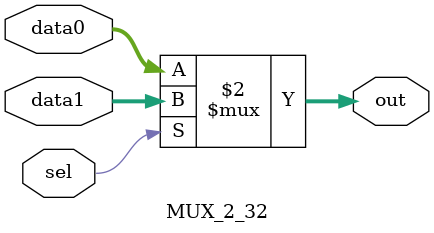
<source format=v>
`timescale 1ns / 1ps
`default_nettype none
module MUX_4_32(
    input wire [31:0] data0,
    input wire [31:0] data1,
    input wire [31:0] data2,
    input wire [31:0] data3,
    input wire [1:0] sel,
    output wire [31:0] out
    );
    assign out = (sel==2'b00) ? data0 : 
                    (sel==2'b01) ? data1 :
                        (sel==2'b10) ? data2 : data3;
endmodule


module MUX_4_5(
    input wire [4:0] data0,
    input wire [4:0] data1,
    input wire [4:0] data2,
    input wire [4:0] data3,
    input wire [1:0] sel,
    output wire [4:0] out
    );
    assign out = (sel==2'b00) ? data0 : 
                    (sel==2'b01) ? data1 :
                        (sel==2'b10) ? data2 : data3;
endmodule

module MUX_2_32(
    input wire [31:0] data0,
    input wire [31:0] data1,
    input wire sel,
    output wire [31:0] out
    );
    assign out = (sel==2'b00) ? data0 : data1;
endmodule
</source>
